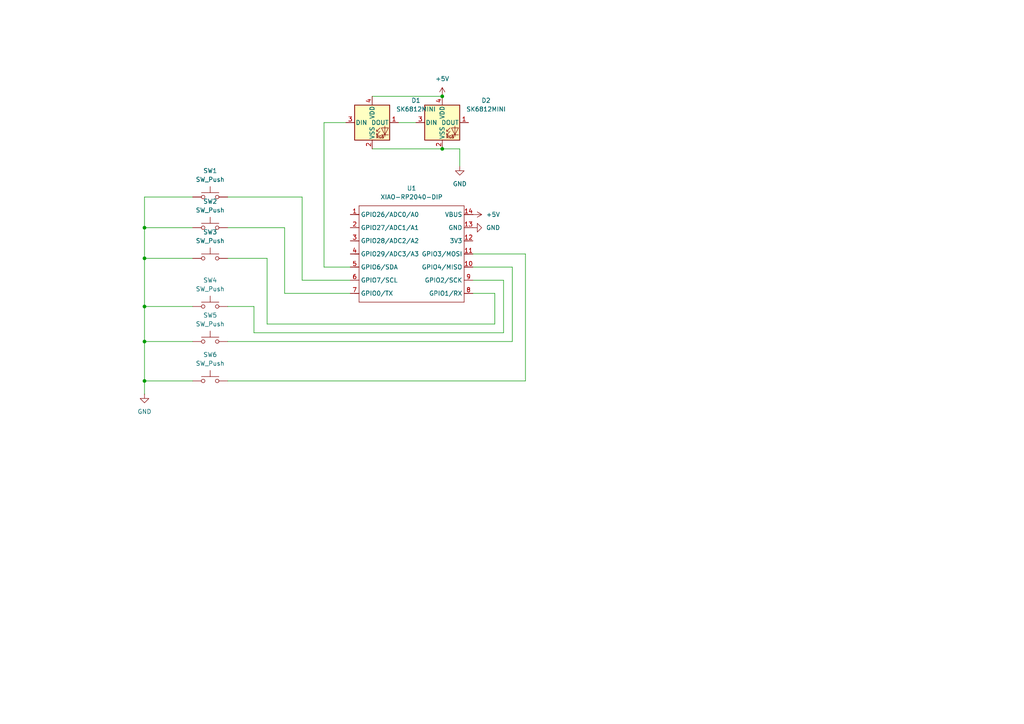
<source format=kicad_sch>
(kicad_sch
	(version 20250114)
	(generator "eeschema")
	(generator_version "9.0")
	(uuid "1ebaebe4-9134-4f8c-a556-c54e157a427b")
	(paper "A4")
	(lib_symbols
		(symbol "LED:SK6812MINI"
			(pin_names
				(offset 0.254)
			)
			(exclude_from_sim no)
			(in_bom yes)
			(on_board yes)
			(property "Reference" "D"
				(at 5.08 5.715 0)
				(effects
					(font
						(size 1.27 1.27)
					)
					(justify right bottom)
				)
			)
			(property "Value" "SK6812MINI"
				(at 1.27 -5.715 0)
				(effects
					(font
						(size 1.27 1.27)
					)
					(justify left top)
				)
			)
			(property "Footprint" "LED_SMD:LED_SK6812MINI_PLCC4_3.5x3.5mm_P1.75mm"
				(at 1.27 -7.62 0)
				(effects
					(font
						(size 1.27 1.27)
					)
					(justify left top)
					(hide yes)
				)
			)
			(property "Datasheet" "https://cdn-shop.adafruit.com/product-files/2686/SK6812MINI_REV.01-1-2.pdf"
				(at 2.54 -9.525 0)
				(effects
					(font
						(size 1.27 1.27)
					)
					(justify left top)
					(hide yes)
				)
			)
			(property "Description" "RGB LED with integrated controller"
				(at 0 0 0)
				(effects
					(font
						(size 1.27 1.27)
					)
					(hide yes)
				)
			)
			(property "ki_keywords" "RGB LED NeoPixel Mini addressable"
				(at 0 0 0)
				(effects
					(font
						(size 1.27 1.27)
					)
					(hide yes)
				)
			)
			(property "ki_fp_filters" "LED*SK6812MINI*PLCC*3.5x3.5mm*P1.75mm*"
				(at 0 0 0)
				(effects
					(font
						(size 1.27 1.27)
					)
					(hide yes)
				)
			)
			(symbol "SK6812MINI_0_0"
				(text "RGB"
					(at 2.286 -4.191 0)
					(effects
						(font
							(size 0.762 0.762)
						)
					)
				)
			)
			(symbol "SK6812MINI_0_1"
				(polyline
					(pts
						(xy 1.27 -2.54) (xy 1.778 -2.54)
					)
					(stroke
						(width 0)
						(type default)
					)
					(fill
						(type none)
					)
				)
				(polyline
					(pts
						(xy 1.27 -3.556) (xy 1.778 -3.556)
					)
					(stroke
						(width 0)
						(type default)
					)
					(fill
						(type none)
					)
				)
				(polyline
					(pts
						(xy 2.286 -1.524) (xy 1.27 -2.54) (xy 1.27 -2.032)
					)
					(stroke
						(width 0)
						(type default)
					)
					(fill
						(type none)
					)
				)
				(polyline
					(pts
						(xy 2.286 -2.54) (xy 1.27 -3.556) (xy 1.27 -3.048)
					)
					(stroke
						(width 0)
						(type default)
					)
					(fill
						(type none)
					)
				)
				(polyline
					(pts
						(xy 3.683 -1.016) (xy 3.683 -3.556) (xy 3.683 -4.064)
					)
					(stroke
						(width 0)
						(type default)
					)
					(fill
						(type none)
					)
				)
				(polyline
					(pts
						(xy 4.699 -1.524) (xy 2.667 -1.524) (xy 3.683 -3.556) (xy 4.699 -1.524)
					)
					(stroke
						(width 0)
						(type default)
					)
					(fill
						(type none)
					)
				)
				(polyline
					(pts
						(xy 4.699 -3.556) (xy 2.667 -3.556)
					)
					(stroke
						(width 0)
						(type default)
					)
					(fill
						(type none)
					)
				)
				(rectangle
					(start 5.08 5.08)
					(end -5.08 -5.08)
					(stroke
						(width 0.254)
						(type default)
					)
					(fill
						(type background)
					)
				)
			)
			(symbol "SK6812MINI_1_1"
				(pin input line
					(at -7.62 0 0)
					(length 2.54)
					(name "DIN"
						(effects
							(font
								(size 1.27 1.27)
							)
						)
					)
					(number "3"
						(effects
							(font
								(size 1.27 1.27)
							)
						)
					)
				)
				(pin power_in line
					(at 0 7.62 270)
					(length 2.54)
					(name "VDD"
						(effects
							(font
								(size 1.27 1.27)
							)
						)
					)
					(number "4"
						(effects
							(font
								(size 1.27 1.27)
							)
						)
					)
				)
				(pin power_in line
					(at 0 -7.62 90)
					(length 2.54)
					(name "VSS"
						(effects
							(font
								(size 1.27 1.27)
							)
						)
					)
					(number "2"
						(effects
							(font
								(size 1.27 1.27)
							)
						)
					)
				)
				(pin output line
					(at 7.62 0 180)
					(length 2.54)
					(name "DOUT"
						(effects
							(font
								(size 1.27 1.27)
							)
						)
					)
					(number "1"
						(effects
							(font
								(size 1.27 1.27)
							)
						)
					)
				)
			)
			(embedded_fonts no)
		)
		(symbol "OPL:XIAO-RP2040-DIP"
			(exclude_from_sim no)
			(in_bom yes)
			(on_board yes)
			(property "Reference" "U"
				(at 0 0 0)
				(effects
					(font
						(size 1.27 1.27)
					)
				)
			)
			(property "Value" "XIAO-RP2040-DIP"
				(at 5.334 -1.778 0)
				(effects
					(font
						(size 1.27 1.27)
					)
				)
			)
			(property "Footprint" "Module:MOUDLE14P-XIAO-DIP-SMD"
				(at 14.478 -32.258 0)
				(effects
					(font
						(size 1.27 1.27)
					)
					(hide yes)
				)
			)
			(property "Datasheet" ""
				(at 0 0 0)
				(effects
					(font
						(size 1.27 1.27)
					)
					(hide yes)
				)
			)
			(property "Description" ""
				(at 0 0 0)
				(effects
					(font
						(size 1.27 1.27)
					)
					(hide yes)
				)
			)
			(symbol "XIAO-RP2040-DIP_1_0"
				(polyline
					(pts
						(xy -1.27 -2.54) (xy 29.21 -2.54)
					)
					(stroke
						(width 0.1524)
						(type solid)
					)
					(fill
						(type none)
					)
				)
				(polyline
					(pts
						(xy -1.27 -5.08) (xy -2.54 -5.08)
					)
					(stroke
						(width 0.1524)
						(type solid)
					)
					(fill
						(type none)
					)
				)
				(polyline
					(pts
						(xy -1.27 -5.08) (xy -1.27 -2.54)
					)
					(stroke
						(width 0.1524)
						(type solid)
					)
					(fill
						(type none)
					)
				)
				(polyline
					(pts
						(xy -1.27 -8.89) (xy -2.54 -8.89)
					)
					(stroke
						(width 0.1524)
						(type solid)
					)
					(fill
						(type none)
					)
				)
				(polyline
					(pts
						(xy -1.27 -8.89) (xy -1.27 -5.08)
					)
					(stroke
						(width 0.1524)
						(type solid)
					)
					(fill
						(type none)
					)
				)
				(polyline
					(pts
						(xy -1.27 -12.7) (xy -2.54 -12.7)
					)
					(stroke
						(width 0.1524)
						(type solid)
					)
					(fill
						(type none)
					)
				)
				(polyline
					(pts
						(xy -1.27 -12.7) (xy -1.27 -8.89)
					)
					(stroke
						(width 0.1524)
						(type solid)
					)
					(fill
						(type none)
					)
				)
				(polyline
					(pts
						(xy -1.27 -16.51) (xy -2.54 -16.51)
					)
					(stroke
						(width 0.1524)
						(type solid)
					)
					(fill
						(type none)
					)
				)
				(polyline
					(pts
						(xy -1.27 -16.51) (xy -1.27 -12.7)
					)
					(stroke
						(width 0.1524)
						(type solid)
					)
					(fill
						(type none)
					)
				)
				(polyline
					(pts
						(xy -1.27 -20.32) (xy -2.54 -20.32)
					)
					(stroke
						(width 0.1524)
						(type solid)
					)
					(fill
						(type none)
					)
				)
				(polyline
					(pts
						(xy -1.27 -24.13) (xy -2.54 -24.13)
					)
					(stroke
						(width 0.1524)
						(type solid)
					)
					(fill
						(type none)
					)
				)
				(polyline
					(pts
						(xy -1.27 -27.94) (xy -2.54 -27.94)
					)
					(stroke
						(width 0.1524)
						(type solid)
					)
					(fill
						(type none)
					)
				)
				(polyline
					(pts
						(xy -1.27 -30.48) (xy -1.27 -16.51)
					)
					(stroke
						(width 0.1524)
						(type solid)
					)
					(fill
						(type none)
					)
				)
				(polyline
					(pts
						(xy 29.21 -2.54) (xy 29.21 -5.08)
					)
					(stroke
						(width 0.1524)
						(type solid)
					)
					(fill
						(type none)
					)
				)
				(polyline
					(pts
						(xy 29.21 -5.08) (xy 29.21 -8.89)
					)
					(stroke
						(width 0.1524)
						(type solid)
					)
					(fill
						(type none)
					)
				)
				(polyline
					(pts
						(xy 29.21 -8.89) (xy 29.21 -12.7)
					)
					(stroke
						(width 0.1524)
						(type solid)
					)
					(fill
						(type none)
					)
				)
				(polyline
					(pts
						(xy 29.21 -12.7) (xy 29.21 -30.48)
					)
					(stroke
						(width 0.1524)
						(type solid)
					)
					(fill
						(type none)
					)
				)
				(polyline
					(pts
						(xy 29.21 -30.48) (xy -1.27 -30.48)
					)
					(stroke
						(width 0.1524)
						(type solid)
					)
					(fill
						(type none)
					)
				)
				(polyline
					(pts
						(xy 30.48 -5.08) (xy 29.21 -5.08)
					)
					(stroke
						(width 0.1524)
						(type solid)
					)
					(fill
						(type none)
					)
				)
				(polyline
					(pts
						(xy 30.48 -8.89) (xy 29.21 -8.89)
					)
					(stroke
						(width 0.1524)
						(type solid)
					)
					(fill
						(type none)
					)
				)
				(polyline
					(pts
						(xy 30.48 -12.7) (xy 29.21 -12.7)
					)
					(stroke
						(width 0.1524)
						(type solid)
					)
					(fill
						(type none)
					)
				)
				(polyline
					(pts
						(xy 30.48 -16.51) (xy 29.21 -16.51)
					)
					(stroke
						(width 0.1524)
						(type solid)
					)
					(fill
						(type none)
					)
				)
				(polyline
					(pts
						(xy 30.48 -20.32) (xy 29.21 -20.32)
					)
					(stroke
						(width 0.1524)
						(type solid)
					)
					(fill
						(type none)
					)
				)
				(polyline
					(pts
						(xy 30.48 -24.13) (xy 29.21 -24.13)
					)
					(stroke
						(width 0.1524)
						(type solid)
					)
					(fill
						(type none)
					)
				)
				(polyline
					(pts
						(xy 30.48 -27.94) (xy 29.21 -27.94)
					)
					(stroke
						(width 0.1524)
						(type solid)
					)
					(fill
						(type none)
					)
				)
				(pin passive line
					(at -3.81 -5.08 0)
					(length 2.54)
					(name "GPIO26/ADC0/A0"
						(effects
							(font
								(size 1.27 1.27)
							)
						)
					)
					(number "1"
						(effects
							(font
								(size 1.27 1.27)
							)
						)
					)
				)
				(pin passive line
					(at -3.81 -8.89 0)
					(length 2.54)
					(name "GPIO27/ADC1/A1"
						(effects
							(font
								(size 1.27 1.27)
							)
						)
					)
					(number "2"
						(effects
							(font
								(size 1.27 1.27)
							)
						)
					)
				)
				(pin passive line
					(at -3.81 -12.7 0)
					(length 2.54)
					(name "GPIO28/ADC2/A2"
						(effects
							(font
								(size 1.27 1.27)
							)
						)
					)
					(number "3"
						(effects
							(font
								(size 1.27 1.27)
							)
						)
					)
				)
				(pin passive line
					(at -3.81 -16.51 0)
					(length 2.54)
					(name "GPIO29/ADC3/A3"
						(effects
							(font
								(size 1.27 1.27)
							)
						)
					)
					(number "4"
						(effects
							(font
								(size 1.27 1.27)
							)
						)
					)
				)
				(pin passive line
					(at -3.81 -20.32 0)
					(length 2.54)
					(name "GPIO6/SDA"
						(effects
							(font
								(size 1.27 1.27)
							)
						)
					)
					(number "5"
						(effects
							(font
								(size 1.27 1.27)
							)
						)
					)
				)
				(pin passive line
					(at -3.81 -24.13 0)
					(length 2.54)
					(name "GPIO7/SCL"
						(effects
							(font
								(size 1.27 1.27)
							)
						)
					)
					(number "6"
						(effects
							(font
								(size 1.27 1.27)
							)
						)
					)
				)
				(pin passive line
					(at -3.81 -27.94 0)
					(length 2.54)
					(name "GPIO0/TX"
						(effects
							(font
								(size 1.27 1.27)
							)
						)
					)
					(number "7"
						(effects
							(font
								(size 1.27 1.27)
							)
						)
					)
				)
				(pin passive line
					(at 31.75 -5.08 180)
					(length 2.54)
					(name "VBUS"
						(effects
							(font
								(size 1.27 1.27)
							)
						)
					)
					(number "14"
						(effects
							(font
								(size 1.27 1.27)
							)
						)
					)
				)
				(pin passive line
					(at 31.75 -8.89 180)
					(length 2.54)
					(name "GND"
						(effects
							(font
								(size 1.27 1.27)
							)
						)
					)
					(number "13"
						(effects
							(font
								(size 1.27 1.27)
							)
						)
					)
				)
				(pin passive line
					(at 31.75 -12.7 180)
					(length 2.54)
					(name "3V3"
						(effects
							(font
								(size 1.27 1.27)
							)
						)
					)
					(number "12"
						(effects
							(font
								(size 1.27 1.27)
							)
						)
					)
				)
				(pin passive line
					(at 31.75 -16.51 180)
					(length 2.54)
					(name "GPIO3/MOSI"
						(effects
							(font
								(size 1.27 1.27)
							)
						)
					)
					(number "11"
						(effects
							(font
								(size 1.27 1.27)
							)
						)
					)
				)
				(pin passive line
					(at 31.75 -20.32 180)
					(length 2.54)
					(name "GPIO4/MISO"
						(effects
							(font
								(size 1.27 1.27)
							)
						)
					)
					(number "10"
						(effects
							(font
								(size 1.27 1.27)
							)
						)
					)
				)
				(pin passive line
					(at 31.75 -24.13 180)
					(length 2.54)
					(name "GPIO2/SCK"
						(effects
							(font
								(size 1.27 1.27)
							)
						)
					)
					(number "9"
						(effects
							(font
								(size 1.27 1.27)
							)
						)
					)
				)
				(pin passive line
					(at 31.75 -27.94 180)
					(length 2.54)
					(name "GPIO1/RX"
						(effects
							(font
								(size 1.27 1.27)
							)
						)
					)
					(number "8"
						(effects
							(font
								(size 1.27 1.27)
							)
						)
					)
				)
			)
			(embedded_fonts no)
		)
		(symbol "Switch:SW_Push"
			(pin_numbers
				(hide yes)
			)
			(pin_names
				(offset 1.016)
				(hide yes)
			)
			(exclude_from_sim no)
			(in_bom yes)
			(on_board yes)
			(property "Reference" "SW"
				(at 1.27 2.54 0)
				(effects
					(font
						(size 1.27 1.27)
					)
					(justify left)
				)
			)
			(property "Value" "SW_Push"
				(at 0 -1.524 0)
				(effects
					(font
						(size 1.27 1.27)
					)
				)
			)
			(property "Footprint" ""
				(at 0 5.08 0)
				(effects
					(font
						(size 1.27 1.27)
					)
					(hide yes)
				)
			)
			(property "Datasheet" "~"
				(at 0 5.08 0)
				(effects
					(font
						(size 1.27 1.27)
					)
					(hide yes)
				)
			)
			(property "Description" "Push button switch, generic, two pins"
				(at 0 0 0)
				(effects
					(font
						(size 1.27 1.27)
					)
					(hide yes)
				)
			)
			(property "ki_keywords" "switch normally-open pushbutton push-button"
				(at 0 0 0)
				(effects
					(font
						(size 1.27 1.27)
					)
					(hide yes)
				)
			)
			(symbol "SW_Push_0_1"
				(circle
					(center -2.032 0)
					(radius 0.508)
					(stroke
						(width 0)
						(type default)
					)
					(fill
						(type none)
					)
				)
				(polyline
					(pts
						(xy 0 1.27) (xy 0 3.048)
					)
					(stroke
						(width 0)
						(type default)
					)
					(fill
						(type none)
					)
				)
				(circle
					(center 2.032 0)
					(radius 0.508)
					(stroke
						(width 0)
						(type default)
					)
					(fill
						(type none)
					)
				)
				(polyline
					(pts
						(xy 2.54 1.27) (xy -2.54 1.27)
					)
					(stroke
						(width 0)
						(type default)
					)
					(fill
						(type none)
					)
				)
				(pin passive line
					(at -5.08 0 0)
					(length 2.54)
					(name "1"
						(effects
							(font
								(size 1.27 1.27)
							)
						)
					)
					(number "1"
						(effects
							(font
								(size 1.27 1.27)
							)
						)
					)
				)
				(pin passive line
					(at 5.08 0 180)
					(length 2.54)
					(name "2"
						(effects
							(font
								(size 1.27 1.27)
							)
						)
					)
					(number "2"
						(effects
							(font
								(size 1.27 1.27)
							)
						)
					)
				)
			)
			(embedded_fonts no)
		)
		(symbol "power:+5V"
			(power)
			(pin_numbers
				(hide yes)
			)
			(pin_names
				(offset 0)
				(hide yes)
			)
			(exclude_from_sim no)
			(in_bom yes)
			(on_board yes)
			(property "Reference" "#PWR"
				(at 0 -3.81 0)
				(effects
					(font
						(size 1.27 1.27)
					)
					(hide yes)
				)
			)
			(property "Value" "+5V"
				(at 0 3.556 0)
				(effects
					(font
						(size 1.27 1.27)
					)
				)
			)
			(property "Footprint" ""
				(at 0 0 0)
				(effects
					(font
						(size 1.27 1.27)
					)
					(hide yes)
				)
			)
			(property "Datasheet" ""
				(at 0 0 0)
				(effects
					(font
						(size 1.27 1.27)
					)
					(hide yes)
				)
			)
			(property "Description" "Power symbol creates a global label with name \"+5V\""
				(at 0 0 0)
				(effects
					(font
						(size 1.27 1.27)
					)
					(hide yes)
				)
			)
			(property "ki_keywords" "global power"
				(at 0 0 0)
				(effects
					(font
						(size 1.27 1.27)
					)
					(hide yes)
				)
			)
			(symbol "+5V_0_1"
				(polyline
					(pts
						(xy -0.762 1.27) (xy 0 2.54)
					)
					(stroke
						(width 0)
						(type default)
					)
					(fill
						(type none)
					)
				)
				(polyline
					(pts
						(xy 0 2.54) (xy 0.762 1.27)
					)
					(stroke
						(width 0)
						(type default)
					)
					(fill
						(type none)
					)
				)
				(polyline
					(pts
						(xy 0 0) (xy 0 2.54)
					)
					(stroke
						(width 0)
						(type default)
					)
					(fill
						(type none)
					)
				)
			)
			(symbol "+5V_1_1"
				(pin power_in line
					(at 0 0 90)
					(length 0)
					(name "~"
						(effects
							(font
								(size 1.27 1.27)
							)
						)
					)
					(number "1"
						(effects
							(font
								(size 1.27 1.27)
							)
						)
					)
				)
			)
			(embedded_fonts no)
		)
		(symbol "power:GND"
			(power)
			(pin_numbers
				(hide yes)
			)
			(pin_names
				(offset 0)
				(hide yes)
			)
			(exclude_from_sim no)
			(in_bom yes)
			(on_board yes)
			(property "Reference" "#PWR"
				(at 0 -6.35 0)
				(effects
					(font
						(size 1.27 1.27)
					)
					(hide yes)
				)
			)
			(property "Value" "GND"
				(at 0 -3.81 0)
				(effects
					(font
						(size 1.27 1.27)
					)
				)
			)
			(property "Footprint" ""
				(at 0 0 0)
				(effects
					(font
						(size 1.27 1.27)
					)
					(hide yes)
				)
			)
			(property "Datasheet" ""
				(at 0 0 0)
				(effects
					(font
						(size 1.27 1.27)
					)
					(hide yes)
				)
			)
			(property "Description" "Power symbol creates a global label with name \"GND\" , ground"
				(at 0 0 0)
				(effects
					(font
						(size 1.27 1.27)
					)
					(hide yes)
				)
			)
			(property "ki_keywords" "global power"
				(at 0 0 0)
				(effects
					(font
						(size 1.27 1.27)
					)
					(hide yes)
				)
			)
			(symbol "GND_0_1"
				(polyline
					(pts
						(xy 0 0) (xy 0 -1.27) (xy 1.27 -1.27) (xy 0 -2.54) (xy -1.27 -1.27) (xy 0 -1.27)
					)
					(stroke
						(width 0)
						(type default)
					)
					(fill
						(type none)
					)
				)
			)
			(symbol "GND_1_1"
				(pin power_in line
					(at 0 0 270)
					(length 0)
					(name "~"
						(effects
							(font
								(size 1.27 1.27)
							)
						)
					)
					(number "1"
						(effects
							(font
								(size 1.27 1.27)
							)
						)
					)
				)
			)
			(embedded_fonts no)
		)
	)
	(junction
		(at 41.91 66.04)
		(diameter 0)
		(color 0 0 0 0)
		(uuid "03bddfd5-38a6-4f31-8cdf-ebd505ac97c7")
	)
	(junction
		(at 128.27 27.94)
		(diameter 0)
		(color 0 0 0 0)
		(uuid "2af3133e-e0b5-4f34-b595-12f7dc995c2c")
	)
	(junction
		(at 41.91 74.93)
		(diameter 0)
		(color 0 0 0 0)
		(uuid "42be4a54-964c-4161-9344-8182ef37a5cb")
	)
	(junction
		(at 128.27 43.18)
		(diameter 0)
		(color 0 0 0 0)
		(uuid "4bd27a7c-680d-4870-a3d1-b5740fb729f0")
	)
	(junction
		(at 41.91 88.9)
		(diameter 0)
		(color 0 0 0 0)
		(uuid "6911487d-3703-4dd4-bb36-1f9121d21b16")
	)
	(junction
		(at 41.91 110.49)
		(diameter 0)
		(color 0 0 0 0)
		(uuid "765f7496-aa90-4450-84cf-f8c60678d4d5")
	)
	(junction
		(at 41.91 99.06)
		(diameter 0)
		(color 0 0 0 0)
		(uuid "e19d3ba1-9a1c-4922-a434-c87fe91dea0d")
	)
	(wire
		(pts
			(xy 73.66 96.52) (xy 146.05 96.52)
		)
		(stroke
			(width 0)
			(type default)
		)
		(uuid "0154f20d-a070-47aa-9179-5102adeff042")
	)
	(wire
		(pts
			(xy 87.63 81.28) (xy 101.6 81.28)
		)
		(stroke
			(width 0)
			(type default)
		)
		(uuid "10ad655e-c123-4ea2-b185-4a600e98d972")
	)
	(wire
		(pts
			(xy 107.95 27.94) (xy 128.27 27.94)
		)
		(stroke
			(width 0)
			(type default)
		)
		(uuid "129af4a0-c254-44f5-8515-b94ce58e68b0")
	)
	(wire
		(pts
			(xy 66.04 66.04) (xy 82.55 66.04)
		)
		(stroke
			(width 0)
			(type default)
		)
		(uuid "13a81a47-d048-4dbe-b16d-4a6f3ba22053")
	)
	(wire
		(pts
			(xy 41.91 99.06) (xy 55.88 99.06)
		)
		(stroke
			(width 0)
			(type default)
		)
		(uuid "2591326e-3167-4d78-8f7c-78b22182deaf")
	)
	(wire
		(pts
			(xy 41.91 99.06) (xy 41.91 88.9)
		)
		(stroke
			(width 0)
			(type default)
		)
		(uuid "28f1ac35-d042-4a56-b0c6-8f114e426da7")
	)
	(wire
		(pts
			(xy 77.47 93.98) (xy 143.51 93.98)
		)
		(stroke
			(width 0)
			(type default)
		)
		(uuid "48a365ef-f227-45a8-8aea-f47ecd0412a7")
	)
	(wire
		(pts
			(xy 82.55 66.04) (xy 82.55 85.09)
		)
		(stroke
			(width 0)
			(type default)
		)
		(uuid "4d031b45-1e5c-4a3a-a45e-03bb914d864e")
	)
	(wire
		(pts
			(xy 41.91 110.49) (xy 55.88 110.49)
		)
		(stroke
			(width 0)
			(type default)
		)
		(uuid "526f895f-ca3b-4a37-9b6e-d972c6ebf194")
	)
	(wire
		(pts
			(xy 41.91 66.04) (xy 41.91 57.15)
		)
		(stroke
			(width 0)
			(type default)
		)
		(uuid "52b724f4-8981-4024-b08e-79151f77991c")
	)
	(wire
		(pts
			(xy 41.91 66.04) (xy 55.88 66.04)
		)
		(stroke
			(width 0)
			(type default)
		)
		(uuid "68e6653c-fea1-4918-a23f-b01069c2f4eb")
	)
	(wire
		(pts
			(xy 41.91 57.15) (xy 55.88 57.15)
		)
		(stroke
			(width 0)
			(type default)
		)
		(uuid "6b030d39-89d2-4fa9-b5bd-a02c72484d24")
	)
	(wire
		(pts
			(xy 93.98 35.56) (xy 100.33 35.56)
		)
		(stroke
			(width 0)
			(type default)
		)
		(uuid "6ce4d377-efb6-4311-b8cf-702fd1da020f")
	)
	(wire
		(pts
			(xy 41.91 74.93) (xy 55.88 74.93)
		)
		(stroke
			(width 0)
			(type default)
		)
		(uuid "72fb838c-7361-4a10-9c6a-395bfa0b2743")
	)
	(wire
		(pts
			(xy 66.04 74.93) (xy 77.47 74.93)
		)
		(stroke
			(width 0)
			(type default)
		)
		(uuid "765fddaa-390a-4213-afbd-62a9d1c6d40a")
	)
	(wire
		(pts
			(xy 107.95 43.18) (xy 128.27 43.18)
		)
		(stroke
			(width 0)
			(type default)
		)
		(uuid "7937cd17-0c0d-4780-8a9e-9870489395f3")
	)
	(wire
		(pts
			(xy 146.05 81.28) (xy 137.16 81.28)
		)
		(stroke
			(width 0)
			(type default)
		)
		(uuid "7a022b8b-7211-4bda-8c2b-242f80d43aa4")
	)
	(wire
		(pts
			(xy 73.66 88.9) (xy 73.66 96.52)
		)
		(stroke
			(width 0)
			(type default)
		)
		(uuid "7eae0dda-1b8f-4c53-8346-242d648f8379")
	)
	(wire
		(pts
			(xy 143.51 93.98) (xy 143.51 85.09)
		)
		(stroke
			(width 0)
			(type default)
		)
		(uuid "8a413153-4a9f-42d3-a024-8897b5fca9f2")
	)
	(wire
		(pts
			(xy 87.63 57.15) (xy 87.63 81.28)
		)
		(stroke
			(width 0)
			(type default)
		)
		(uuid "8b55febc-779c-48e0-80a7-2db5d0e0b3cd")
	)
	(wire
		(pts
			(xy 133.35 43.18) (xy 133.35 48.26)
		)
		(stroke
			(width 0)
			(type default)
		)
		(uuid "8d8f3b28-43b8-4a1c-8687-5f191a4a7d2f")
	)
	(wire
		(pts
			(xy 148.59 77.47) (xy 137.16 77.47)
		)
		(stroke
			(width 0)
			(type default)
		)
		(uuid "8e988953-6346-4ec6-8b49-c7404c87e3cc")
	)
	(wire
		(pts
			(xy 77.47 74.93) (xy 77.47 93.98)
		)
		(stroke
			(width 0)
			(type default)
		)
		(uuid "93bba9c6-a503-4c0e-a443-3bac31863dfa")
	)
	(wire
		(pts
			(xy 101.6 77.47) (xy 93.98 77.47)
		)
		(stroke
			(width 0)
			(type default)
		)
		(uuid "99bd0b2e-28cb-4e54-91d7-120257604d4a")
	)
	(wire
		(pts
			(xy 66.04 57.15) (xy 87.63 57.15)
		)
		(stroke
			(width 0)
			(type default)
		)
		(uuid "9afe1f62-b59d-42d0-b9db-4577d4631f3c")
	)
	(wire
		(pts
			(xy 41.91 114.3) (xy 41.91 110.49)
		)
		(stroke
			(width 0)
			(type default)
		)
		(uuid "9bca72ee-c446-4ac2-873e-6291a51e6c95")
	)
	(wire
		(pts
			(xy 146.05 96.52) (xy 146.05 81.28)
		)
		(stroke
			(width 0)
			(type default)
		)
		(uuid "a099362c-8fbf-453f-8625-7e3def1d197d")
	)
	(wire
		(pts
			(xy 128.27 43.18) (xy 133.35 43.18)
		)
		(stroke
			(width 0)
			(type default)
		)
		(uuid "aa091e4d-41e1-4a0f-ab25-d7cfb71734e8")
	)
	(wire
		(pts
			(xy 41.91 88.9) (xy 41.91 74.93)
		)
		(stroke
			(width 0)
			(type default)
		)
		(uuid "afc32de9-2e3a-42af-b5bb-9e450649d126")
	)
	(wire
		(pts
			(xy 41.91 88.9) (xy 55.88 88.9)
		)
		(stroke
			(width 0)
			(type default)
		)
		(uuid "b123aba4-3577-435b-a810-c1dae5a6f49c")
	)
	(wire
		(pts
			(xy 66.04 88.9) (xy 73.66 88.9)
		)
		(stroke
			(width 0)
			(type default)
		)
		(uuid "b220363f-76e4-4147-9036-a6831f3f2170")
	)
	(wire
		(pts
			(xy 41.91 110.49) (xy 41.91 99.06)
		)
		(stroke
			(width 0)
			(type default)
		)
		(uuid "b87a9557-5797-4a46-a885-073098342a6c")
	)
	(wire
		(pts
			(xy 152.4 110.49) (xy 152.4 73.66)
		)
		(stroke
			(width 0)
			(type default)
		)
		(uuid "b9ded9e8-4ad3-4770-a070-84563b1b4209")
	)
	(wire
		(pts
			(xy 66.04 99.06) (xy 148.59 99.06)
		)
		(stroke
			(width 0)
			(type default)
		)
		(uuid "bae9774a-41ed-4808-9d19-1de7f9317f19")
	)
	(wire
		(pts
			(xy 66.04 110.49) (xy 152.4 110.49)
		)
		(stroke
			(width 0)
			(type default)
		)
		(uuid "c3046117-af2a-4972-a938-01a7da54c628")
	)
	(wire
		(pts
			(xy 82.55 85.09) (xy 101.6 85.09)
		)
		(stroke
			(width 0)
			(type default)
		)
		(uuid "d5a627fe-fdf0-480f-9ae6-d94b012d6ded")
	)
	(wire
		(pts
			(xy 115.57 35.56) (xy 120.65 35.56)
		)
		(stroke
			(width 0)
			(type default)
		)
		(uuid "d9494701-fba0-488c-9a8a-30d066d382ae")
	)
	(wire
		(pts
			(xy 93.98 77.47) (xy 93.98 35.56)
		)
		(stroke
			(width 0)
			(type default)
		)
		(uuid "dd08f260-f3ac-4dcc-b88e-84c65cc23980")
	)
	(wire
		(pts
			(xy 148.59 99.06) (xy 148.59 77.47)
		)
		(stroke
			(width 0)
			(type default)
		)
		(uuid "e122f95e-5639-4ca8-affe-1169d1e9a863")
	)
	(wire
		(pts
			(xy 41.91 74.93) (xy 41.91 66.04)
		)
		(stroke
			(width 0)
			(type default)
		)
		(uuid "e5fbbaab-c725-4c22-80c6-2953ab26d1d0")
	)
	(wire
		(pts
			(xy 143.51 85.09) (xy 137.16 85.09)
		)
		(stroke
			(width 0)
			(type default)
		)
		(uuid "ed24fe16-3069-4ad1-8fbf-47f977e10d22")
	)
	(wire
		(pts
			(xy 137.16 73.66) (xy 152.4 73.66)
		)
		(stroke
			(width 0)
			(type default)
		)
		(uuid "f0a21fba-fcf3-4fce-a40b-7d1f3f689e66")
	)
	(symbol
		(lib_id "power:GND")
		(at 41.91 114.3 0)
		(unit 1)
		(exclude_from_sim no)
		(in_bom yes)
		(on_board yes)
		(dnp no)
		(fields_autoplaced yes)
		(uuid "13c609c2-6335-43f0-ad7e-2c2b92650738")
		(property "Reference" "#PWR01"
			(at 41.91 120.65 0)
			(effects
				(font
					(size 1.27 1.27)
				)
				(hide yes)
			)
		)
		(property "Value" "GND"
			(at 41.91 119.38 0)
			(effects
				(font
					(size 1.27 1.27)
				)
			)
		)
		(property "Footprint" ""
			(at 41.91 114.3 0)
			(effects
				(font
					(size 1.27 1.27)
				)
				(hide yes)
			)
		)
		(property "Datasheet" ""
			(at 41.91 114.3 0)
			(effects
				(font
					(size 1.27 1.27)
				)
				(hide yes)
			)
		)
		(property "Description" "Power symbol creates a global label with name \"GND\" , ground"
			(at 41.91 114.3 0)
			(effects
				(font
					(size 1.27 1.27)
				)
				(hide yes)
			)
		)
		(pin "1"
			(uuid "0dd380a3-6e10-4d31-ac74-290335d80559")
		)
		(instances
			(project ""
				(path "/1ebaebe4-9134-4f8c-a556-c54e157a427b"
					(reference "#PWR01")
					(unit 1)
				)
			)
		)
	)
	(symbol
		(lib_id "Switch:SW_Push")
		(at 60.96 110.49 0)
		(unit 1)
		(exclude_from_sim no)
		(in_bom yes)
		(on_board yes)
		(dnp no)
		(fields_autoplaced yes)
		(uuid "57ab5c1e-f126-4def-b75d-2f1f3f042782")
		(property "Reference" "SW6"
			(at 60.96 102.87 0)
			(effects
				(font
					(size 1.27 1.27)
				)
			)
		)
		(property "Value" "SW_Push"
			(at 60.96 105.41 0)
			(effects
				(font
					(size 1.27 1.27)
				)
			)
		)
		(property "Footprint" "Button_Switch_Keyboard:SW_Cherry_MX_1.00u_PCB"
			(at 60.96 105.41 0)
			(effects
				(font
					(size 1.27 1.27)
				)
				(hide yes)
			)
		)
		(property "Datasheet" "~"
			(at 60.96 105.41 0)
			(effects
				(font
					(size 1.27 1.27)
				)
				(hide yes)
			)
		)
		(property "Description" "Push button switch, generic, two pins"
			(at 60.96 110.49 0)
			(effects
				(font
					(size 1.27 1.27)
				)
				(hide yes)
			)
		)
		(pin "2"
			(uuid "7ff58c20-6b00-4e1c-a5f9-8aa095b4e81a")
		)
		(pin "1"
			(uuid "1dbc1ee3-bf18-4e12-9763-5722d8df610f")
		)
		(instances
			(project ""
				(path "/1ebaebe4-9134-4f8c-a556-c54e157a427b"
					(reference "SW6")
					(unit 1)
				)
			)
		)
	)
	(symbol
		(lib_id "power:GND")
		(at 133.35 48.26 0)
		(unit 1)
		(exclude_from_sim no)
		(in_bom yes)
		(on_board yes)
		(dnp no)
		(fields_autoplaced yes)
		(uuid "66078679-fafa-4aad-8340-caa2b279e916")
		(property "Reference" "#PWR02"
			(at 133.35 54.61 0)
			(effects
				(font
					(size 1.27 1.27)
				)
				(hide yes)
			)
		)
		(property "Value" "GND"
			(at 133.35 53.34 0)
			(effects
				(font
					(size 1.27 1.27)
				)
			)
		)
		(property "Footprint" ""
			(at 133.35 48.26 0)
			(effects
				(font
					(size 1.27 1.27)
				)
				(hide yes)
			)
		)
		(property "Datasheet" ""
			(at 133.35 48.26 0)
			(effects
				(font
					(size 1.27 1.27)
				)
				(hide yes)
			)
		)
		(property "Description" "Power symbol creates a global label with name \"GND\" , ground"
			(at 133.35 48.26 0)
			(effects
				(font
					(size 1.27 1.27)
				)
				(hide yes)
			)
		)
		(pin "1"
			(uuid "415591db-4058-45fb-9c35-fcb30da0cdb8")
		)
		(instances
			(project ""
				(path "/1ebaebe4-9134-4f8c-a556-c54e157a427b"
					(reference "#PWR02")
					(unit 1)
				)
			)
		)
	)
	(symbol
		(lib_id "power:+5V")
		(at 128.27 27.94 0)
		(unit 1)
		(exclude_from_sim no)
		(in_bom yes)
		(on_board yes)
		(dnp no)
		(fields_autoplaced yes)
		(uuid "7d8510d8-c46d-4f14-b4b2-18a6cd9a1c03")
		(property "Reference" "#PWR03"
			(at 128.27 31.75 0)
			(effects
				(font
					(size 1.27 1.27)
				)
				(hide yes)
			)
		)
		(property "Value" "+5V"
			(at 128.27 22.86 0)
			(effects
				(font
					(size 1.27 1.27)
				)
			)
		)
		(property "Footprint" ""
			(at 128.27 27.94 0)
			(effects
				(font
					(size 1.27 1.27)
				)
				(hide yes)
			)
		)
		(property "Datasheet" ""
			(at 128.27 27.94 0)
			(effects
				(font
					(size 1.27 1.27)
				)
				(hide yes)
			)
		)
		(property "Description" "Power symbol creates a global label with name \"+5V\""
			(at 128.27 27.94 0)
			(effects
				(font
					(size 1.27 1.27)
				)
				(hide yes)
			)
		)
		(pin "1"
			(uuid "3bf8b781-c257-4a56-896c-3f8d557ce04f")
		)
		(instances
			(project ""
				(path "/1ebaebe4-9134-4f8c-a556-c54e157a427b"
					(reference "#PWR03")
					(unit 1)
				)
			)
		)
	)
	(symbol
		(lib_id "Switch:SW_Push")
		(at 60.96 66.04 0)
		(unit 1)
		(exclude_from_sim no)
		(in_bom yes)
		(on_board yes)
		(dnp no)
		(fields_autoplaced yes)
		(uuid "80edd6e5-7c2a-4cb2-ae8c-9659f8e23c0d")
		(property "Reference" "SW2"
			(at 60.96 58.42 0)
			(effects
				(font
					(size 1.27 1.27)
				)
			)
		)
		(property "Value" "SW_Push"
			(at 60.96 60.96 0)
			(effects
				(font
					(size 1.27 1.27)
				)
			)
		)
		(property "Footprint" "Button_Switch_Keyboard:SW_Cherry_MX_1.00u_PCB"
			(at 60.96 60.96 0)
			(effects
				(font
					(size 1.27 1.27)
				)
				(hide yes)
			)
		)
		(property "Datasheet" "~"
			(at 60.96 60.96 0)
			(effects
				(font
					(size 1.27 1.27)
				)
				(hide yes)
			)
		)
		(property "Description" "Push button switch, generic, two pins"
			(at 60.96 66.04 0)
			(effects
				(font
					(size 1.27 1.27)
				)
				(hide yes)
			)
		)
		(pin "1"
			(uuid "c1e6e088-4f95-4941-94cc-d39b30e69a98")
		)
		(pin "2"
			(uuid "f11eef0a-5739-4c5e-a007-8a7e68427557")
		)
		(instances
			(project ""
				(path "/1ebaebe4-9134-4f8c-a556-c54e157a427b"
					(reference "SW2")
					(unit 1)
				)
			)
		)
	)
	(symbol
		(lib_id "LED:SK6812MINI")
		(at 128.27 35.56 0)
		(unit 1)
		(exclude_from_sim no)
		(in_bom yes)
		(on_board yes)
		(dnp no)
		(fields_autoplaced yes)
		(uuid "9472986f-25cf-4e90-a7f8-a559aa51bfa2")
		(property "Reference" "D2"
			(at 140.97 29.1398 0)
			(effects
				(font
					(size 1.27 1.27)
				)
			)
		)
		(property "Value" "SK6812MINI"
			(at 140.97 31.6798 0)
			(effects
				(font
					(size 1.27 1.27)
				)
			)
		)
		(property "Footprint" "LED_SMD:LED_SK6812MINI_PLCC4_3.5x3.5mm_P1.75mm"
			(at 129.54 43.18 0)
			(effects
				(font
					(size 1.27 1.27)
				)
				(justify left top)
				(hide yes)
			)
		)
		(property "Datasheet" "https://cdn-shop.adafruit.com/product-files/2686/SK6812MINI_REV.01-1-2.pdf"
			(at 130.81 45.085 0)
			(effects
				(font
					(size 1.27 1.27)
				)
				(justify left top)
				(hide yes)
			)
		)
		(property "Description" "RGB LED with integrated controller"
			(at 128.27 35.56 0)
			(effects
				(font
					(size 1.27 1.27)
				)
				(hide yes)
			)
		)
		(pin "4"
			(uuid "40c2bafc-1ce1-40e1-a5cc-464abb90bd83")
		)
		(pin "2"
			(uuid "c1fa4462-ae29-4780-9ada-8fe48b395964")
		)
		(pin "3"
			(uuid "9d9658c5-c3b8-4ce4-a3d7-f5147886f1a7")
		)
		(pin "1"
			(uuid "51f9deb3-c868-460f-b01f-c279692e5977")
		)
		(instances
			(project ""
				(path "/1ebaebe4-9134-4f8c-a556-c54e157a427b"
					(reference "D2")
					(unit 1)
				)
			)
		)
	)
	(symbol
		(lib_id "LED:SK6812MINI")
		(at 107.95 35.56 0)
		(unit 1)
		(exclude_from_sim no)
		(in_bom yes)
		(on_board yes)
		(dnp no)
		(fields_autoplaced yes)
		(uuid "a6b732d0-9913-4705-87b7-42fab52bd380")
		(property "Reference" "D1"
			(at 120.65 29.1398 0)
			(effects
				(font
					(size 1.27 1.27)
				)
			)
		)
		(property "Value" "SK6812MINI"
			(at 120.65 31.6798 0)
			(effects
				(font
					(size 1.27 1.27)
				)
			)
		)
		(property "Footprint" "LED_SMD:LED_SK6812MINI_PLCC4_3.5x3.5mm_P1.75mm"
			(at 109.22 43.18 0)
			(effects
				(font
					(size 1.27 1.27)
				)
				(justify left top)
				(hide yes)
			)
		)
		(property "Datasheet" "https://cdn-shop.adafruit.com/product-files/2686/SK6812MINI_REV.01-1-2.pdf"
			(at 110.49 45.085 0)
			(effects
				(font
					(size 1.27 1.27)
				)
				(justify left top)
				(hide yes)
			)
		)
		(property "Description" "RGB LED with integrated controller"
			(at 107.95 35.56 0)
			(effects
				(font
					(size 1.27 1.27)
				)
				(hide yes)
			)
		)
		(pin "3"
			(uuid "071c5328-ae60-4082-9a4b-f122b36d56d1")
		)
		(pin "2"
			(uuid "5a57a9ce-41f8-4cc1-90cf-02670cc9bc5d")
		)
		(pin "4"
			(uuid "115fb217-cef7-4891-bb1e-3151e9584ee0")
		)
		(pin "1"
			(uuid "fdab52de-3316-4d65-90ae-dd8b0c577f2a")
		)
		(instances
			(project ""
				(path "/1ebaebe4-9134-4f8c-a556-c54e157a427b"
					(reference "D1")
					(unit 1)
				)
			)
		)
	)
	(symbol
		(lib_id "Switch:SW_Push")
		(at 60.96 99.06 0)
		(unit 1)
		(exclude_from_sim no)
		(in_bom yes)
		(on_board yes)
		(dnp no)
		(fields_autoplaced yes)
		(uuid "a7dff73f-bf7f-434b-873b-1644a73addc9")
		(property "Reference" "SW5"
			(at 60.96 91.44 0)
			(effects
				(font
					(size 1.27 1.27)
				)
			)
		)
		(property "Value" "SW_Push"
			(at 60.96 93.98 0)
			(effects
				(font
					(size 1.27 1.27)
				)
			)
		)
		(property "Footprint" "Button_Switch_Keyboard:SW_Cherry_MX_1.00u_PCB"
			(at 60.96 93.98 0)
			(effects
				(font
					(size 1.27 1.27)
				)
				(hide yes)
			)
		)
		(property "Datasheet" "~"
			(at 60.96 93.98 0)
			(effects
				(font
					(size 1.27 1.27)
				)
				(hide yes)
			)
		)
		(property "Description" "Push button switch, generic, two pins"
			(at 60.96 99.06 0)
			(effects
				(font
					(size 1.27 1.27)
				)
				(hide yes)
			)
		)
		(pin "2"
			(uuid "88cf4fd3-b985-4e60-8b55-59691726f081")
		)
		(pin "1"
			(uuid "06c45aaf-496e-4b6a-9cf7-94af554a2f55")
		)
		(instances
			(project ""
				(path "/1ebaebe4-9134-4f8c-a556-c54e157a427b"
					(reference "SW5")
					(unit 1)
				)
			)
		)
	)
	(symbol
		(lib_id "power:+5V")
		(at 137.16 62.23 270)
		(unit 1)
		(exclude_from_sim no)
		(in_bom yes)
		(on_board yes)
		(dnp no)
		(fields_autoplaced yes)
		(uuid "ba6dca32-a481-4f1d-a442-9c212da4c163")
		(property "Reference" "#PWR04"
			(at 133.35 62.23 0)
			(effects
				(font
					(size 1.27 1.27)
				)
				(hide yes)
			)
		)
		(property "Value" "+5V"
			(at 140.97 62.2299 90)
			(effects
				(font
					(size 1.27 1.27)
				)
				(justify left)
			)
		)
		(property "Footprint" ""
			(at 137.16 62.23 0)
			(effects
				(font
					(size 1.27 1.27)
				)
				(hide yes)
			)
		)
		(property "Datasheet" ""
			(at 137.16 62.23 0)
			(effects
				(font
					(size 1.27 1.27)
				)
				(hide yes)
			)
		)
		(property "Description" "Power symbol creates a global label with name \"+5V\""
			(at 137.16 62.23 0)
			(effects
				(font
					(size 1.27 1.27)
				)
				(hide yes)
			)
		)
		(pin "1"
			(uuid "66c70a21-2cb1-4d9c-857b-84ce14b43397")
		)
		(instances
			(project ""
				(path "/1ebaebe4-9134-4f8c-a556-c54e157a427b"
					(reference "#PWR04")
					(unit 1)
				)
			)
		)
	)
	(symbol
		(lib_id "Switch:SW_Push")
		(at 60.96 74.93 0)
		(unit 1)
		(exclude_from_sim no)
		(in_bom yes)
		(on_board yes)
		(dnp no)
		(fields_autoplaced yes)
		(uuid "c334b492-67b7-4086-a999-76885e4b3a31")
		(property "Reference" "SW3"
			(at 60.96 67.31 0)
			(effects
				(font
					(size 1.27 1.27)
				)
			)
		)
		(property "Value" "SW_Push"
			(at 60.96 69.85 0)
			(effects
				(font
					(size 1.27 1.27)
				)
			)
		)
		(property "Footprint" "Button_Switch_Keyboard:SW_Cherry_MX_1.00u_PCB"
			(at 60.96 69.85 0)
			(effects
				(font
					(size 1.27 1.27)
				)
				(hide yes)
			)
		)
		(property "Datasheet" "~"
			(at 60.96 69.85 0)
			(effects
				(font
					(size 1.27 1.27)
				)
				(hide yes)
			)
		)
		(property "Description" "Push button switch, generic, two pins"
			(at 60.96 74.93 0)
			(effects
				(font
					(size 1.27 1.27)
				)
				(hide yes)
			)
		)
		(pin "1"
			(uuid "18def7be-db01-4542-b871-0ebb373dc4b7")
		)
		(pin "2"
			(uuid "a70d91f6-3309-44b9-92bb-5e8f0540ab1e")
		)
		(instances
			(project ""
				(path "/1ebaebe4-9134-4f8c-a556-c54e157a427b"
					(reference "SW3")
					(unit 1)
				)
			)
		)
	)
	(symbol
		(lib_id "OPL:XIAO-RP2040-DIP")
		(at 105.41 57.15 0)
		(unit 1)
		(exclude_from_sim no)
		(in_bom yes)
		(on_board yes)
		(dnp no)
		(fields_autoplaced yes)
		(uuid "cc9a2cb9-2102-45b6-9a66-3f2a3850e406")
		(property "Reference" "U1"
			(at 119.38 54.61 0)
			(effects
				(font
					(size 1.27 1.27)
				)
			)
		)
		(property "Value" "XIAO-RP2040-DIP"
			(at 119.38 57.15 0)
			(effects
				(font
					(size 1.27 1.27)
				)
			)
		)
		(property "Footprint" "OPL:XIAO-RP2040-DIP"
			(at 119.888 89.408 0)
			(effects
				(font
					(size 1.27 1.27)
				)
				(hide yes)
			)
		)
		(property "Datasheet" ""
			(at 105.41 57.15 0)
			(effects
				(font
					(size 1.27 1.27)
				)
				(hide yes)
			)
		)
		(property "Description" ""
			(at 105.41 57.15 0)
			(effects
				(font
					(size 1.27 1.27)
				)
				(hide yes)
			)
		)
		(pin "2"
			(uuid "c32826ad-e7f2-4682-8e71-14161a437b2c")
		)
		(pin "7"
			(uuid "4f878d6c-7cb7-409e-b0f7-a7956d244907")
		)
		(pin "5"
			(uuid "d47d6a9e-f8a2-42c0-9d80-1d7f48102f96")
		)
		(pin "14"
			(uuid "d1c7986b-90a6-4a00-a3ce-c85fd22fe819")
		)
		(pin "3"
			(uuid "b59cebb2-4fff-49af-aef2-ce8868baffca")
		)
		(pin "6"
			(uuid "3b552b8b-c0d7-49d4-a18d-bcfe45b2b8db")
		)
		(pin "9"
			(uuid "ccd51687-3d0f-4902-ad12-9a64f79aed0d")
		)
		(pin "1"
			(uuid "7910a474-471e-4857-bffa-641a2e3dd3c1")
		)
		(pin "13"
			(uuid "121093d8-dc0f-4cda-95f9-67188c1732bb")
		)
		(pin "12"
			(uuid "08e97dba-a700-4381-9ed1-88976c8ee6ab")
		)
		(pin "10"
			(uuid "b9f0e24b-2b14-48b5-9341-5fea66c4f5da")
		)
		(pin "4"
			(uuid "7a368748-b102-4e4d-a03b-8c552ff1f2c1")
		)
		(pin "11"
			(uuid "cdfc07f7-200f-4848-b7f3-d0ddcb4fbb35")
		)
		(pin "8"
			(uuid "3b894e85-0050-4d24-9884-e1dcb62094b2")
		)
		(instances
			(project ""
				(path "/1ebaebe4-9134-4f8c-a556-c54e157a427b"
					(reference "U1")
					(unit 1)
				)
			)
		)
	)
	(symbol
		(lib_id "Switch:SW_Push")
		(at 60.96 57.15 0)
		(unit 1)
		(exclude_from_sim no)
		(in_bom yes)
		(on_board yes)
		(dnp no)
		(fields_autoplaced yes)
		(uuid "f7c24cfd-7661-4a60-ba06-5677c232060e")
		(property "Reference" "SW1"
			(at 60.96 49.53 0)
			(effects
				(font
					(size 1.27 1.27)
				)
			)
		)
		(property "Value" "SW_Push"
			(at 60.96 52.07 0)
			(effects
				(font
					(size 1.27 1.27)
				)
			)
		)
		(property "Footprint" "Button_Switch_Keyboard:SW_Cherry_MX_1.00u_PCB"
			(at 60.96 52.07 0)
			(effects
				(font
					(size 1.27 1.27)
				)
				(hide yes)
			)
		)
		(property "Datasheet" "~"
			(at 60.96 52.07 0)
			(effects
				(font
					(size 1.27 1.27)
				)
				(hide yes)
			)
		)
		(property "Description" "Push button switch, generic, two pins"
			(at 60.96 57.15 0)
			(effects
				(font
					(size 1.27 1.27)
				)
				(hide yes)
			)
		)
		(pin "2"
			(uuid "80258b08-8f7d-458d-9830-d0ea3bcb8dec")
		)
		(pin "1"
			(uuid "7c1caa50-672b-4c35-b86d-5dbfb763a927")
		)
		(instances
			(project ""
				(path "/1ebaebe4-9134-4f8c-a556-c54e157a427b"
					(reference "SW1")
					(unit 1)
				)
			)
		)
	)
	(symbol
		(lib_id "Switch:SW_Push")
		(at 60.96 88.9 0)
		(unit 1)
		(exclude_from_sim no)
		(in_bom yes)
		(on_board yes)
		(dnp no)
		(fields_autoplaced yes)
		(uuid "f8fc00ba-cfeb-4122-8030-616fa0884c47")
		(property "Reference" "SW4"
			(at 60.96 81.28 0)
			(effects
				(font
					(size 1.27 1.27)
				)
			)
		)
		(property "Value" "SW_Push"
			(at 60.96 83.82 0)
			(effects
				(font
					(size 1.27 1.27)
				)
			)
		)
		(property "Footprint" "Button_Switch_Keyboard:SW_Cherry_MX_1.00u_PCB"
			(at 60.96 83.82 0)
			(effects
				(font
					(size 1.27 1.27)
				)
				(hide yes)
			)
		)
		(property "Datasheet" "~"
			(at 60.96 83.82 0)
			(effects
				(font
					(size 1.27 1.27)
				)
				(hide yes)
			)
		)
		(property "Description" "Push button switch, generic, two pins"
			(at 60.96 88.9 0)
			(effects
				(font
					(size 1.27 1.27)
				)
				(hide yes)
			)
		)
		(pin "1"
			(uuid "052d9843-ee83-4009-9d24-e1cb7f769d5b")
		)
		(pin "2"
			(uuid "c2db385b-bc5f-4947-a0ce-c8f334dfbb1b")
		)
		(instances
			(project ""
				(path "/1ebaebe4-9134-4f8c-a556-c54e157a427b"
					(reference "SW4")
					(unit 1)
				)
			)
		)
	)
	(symbol
		(lib_id "power:GND")
		(at 137.16 66.04 90)
		(unit 1)
		(exclude_from_sim no)
		(in_bom yes)
		(on_board yes)
		(dnp no)
		(fields_autoplaced yes)
		(uuid "fc4936c8-0fc7-4230-ab6c-c98420712812")
		(property "Reference" "#PWR05"
			(at 143.51 66.04 0)
			(effects
				(font
					(size 1.27 1.27)
				)
				(hide yes)
			)
		)
		(property "Value" "GND"
			(at 140.97 66.0399 90)
			(effects
				(font
					(size 1.27 1.27)
				)
				(justify right)
			)
		)
		(property "Footprint" ""
			(at 137.16 66.04 0)
			(effects
				(font
					(size 1.27 1.27)
				)
				(hide yes)
			)
		)
		(property "Datasheet" ""
			(at 137.16 66.04 0)
			(effects
				(font
					(size 1.27 1.27)
				)
				(hide yes)
			)
		)
		(property "Description" "Power symbol creates a global label with name \"GND\" , ground"
			(at 137.16 66.04 0)
			(effects
				(font
					(size 1.27 1.27)
				)
				(hide yes)
			)
		)
		(pin "1"
			(uuid "252a3e44-0485-4d5f-aeb5-a67882da47ad")
		)
		(instances
			(project ""
				(path "/1ebaebe4-9134-4f8c-a556-c54e157a427b"
					(reference "#PWR05")
					(unit 1)
				)
			)
		)
	)
	(sheet_instances
		(path "/"
			(page "1")
		)
	)
	(embedded_fonts no)
)

</source>
